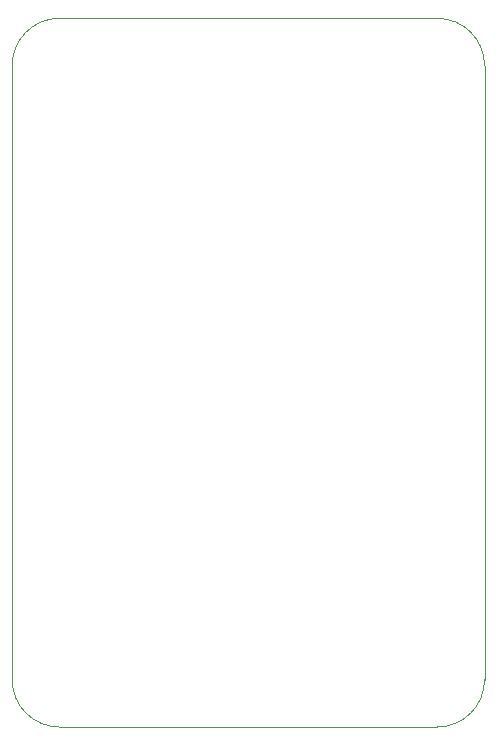
<source format=gbr>
%TF.GenerationSoftware,KiCad,Pcbnew,9.0.0*%
%TF.CreationDate,2025-03-02T18:09:01-08:00*%
%TF.ProjectId,CFS-Bus Adapter R1,4346532d-4275-4732-9041-646170746572,rev?*%
%TF.SameCoordinates,Original*%
%TF.FileFunction,Profile,NP*%
%FSLAX46Y46*%
G04 Gerber Fmt 4.6, Leading zero omitted, Abs format (unit mm)*
G04 Created by KiCad (PCBNEW 9.0.0) date 2025-03-02 18:09:01*
%MOMM*%
%LPD*%
G01*
G04 APERTURE LIST*
%TA.AperFunction,Profile*%
%ADD10C,0.050000*%
%TD*%
G04 APERTURE END LIST*
D10*
X0Y56000000D02*
X0Y4000000D01*
X4000000Y0D02*
X36000000Y0D01*
X4000000Y0D02*
G75*
G02*
X0Y4000000I0J4000000D01*
G01*
X40000000Y4000000D02*
G75*
G02*
X36000000Y0I-4000000J0D01*
G01*
X0Y56000000D02*
G75*
G02*
X4000000Y60000000I4000000J0D01*
G01*
X40000000Y4000000D02*
X40000000Y56000000D01*
X36000000Y60000000D02*
X4000000Y60000000D01*
X36000000Y60000000D02*
G75*
G02*
X40000000Y56000000I0J-4000000D01*
G01*
M02*

</source>
